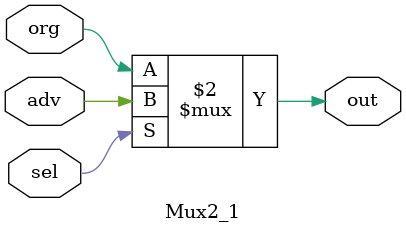
<source format=v>
`timescale 1ns/1ns
module Mux2_1( org, adv, sel, out ) ;

input org, adv, sel ;
output wire out ;


assign out = ( sel == 1 ) ? adv : org ;

endmodule 

</source>
